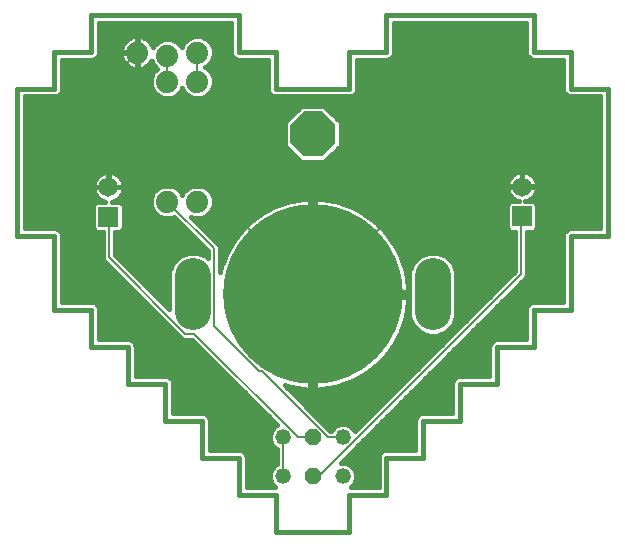
<source format=gtl>
G75*
%MOIN*%
%OFA0B0*%
%FSLAX25Y25*%
%IPPOS*%
%LPD*%
%AMOC8*
5,1,8,0,0,1.08239X$1,22.5*
%
%ADD10C,0.01600*%
%ADD11C,0.60000*%
%ADD12C,0.12000*%
%ADD13R,0.06500X0.06500*%
%ADD14C,0.06500*%
%ADD15C,0.07400*%
%ADD16OC8,0.15000*%
%ADD17OC8,0.05200*%
%ADD18C,0.05200*%
%ADD19C,0.00500*%
D10*
X0075619Y0051013D02*
X0075619Y0063316D01*
X0063316Y0063316D01*
X0063316Y0075619D01*
X0051013Y0075619D01*
X0051013Y0087922D01*
X0038709Y0087922D01*
X0038709Y0112528D01*
X0026406Y0112528D01*
X0026406Y0161741D01*
X0038709Y0161741D01*
X0038709Y0174044D01*
X0051013Y0174044D01*
X0051013Y0186347D01*
X0100225Y0186347D01*
X0100225Y0174044D01*
X0112528Y0174044D01*
X0112528Y0161741D01*
X0137135Y0161741D01*
X0137135Y0174044D01*
X0149438Y0174044D01*
X0149438Y0186347D01*
X0198650Y0186347D01*
X0198650Y0174044D01*
X0210954Y0174044D01*
X0210954Y0161741D01*
X0223257Y0161741D01*
X0223257Y0112528D01*
X0210954Y0112528D01*
X0210954Y0087922D01*
X0198650Y0087922D01*
X0198650Y0075619D01*
X0186347Y0075619D01*
X0186347Y0063316D01*
X0174044Y0063316D01*
X0174044Y0051013D01*
X0161741Y0051013D01*
X0161741Y0038709D01*
X0149438Y0038709D01*
X0149438Y0026406D01*
X0137135Y0026406D01*
X0137135Y0014103D01*
X0112528Y0014103D01*
X0112528Y0026406D01*
X0100225Y0026406D01*
X0100225Y0038709D01*
X0087922Y0038709D01*
X0087922Y0051013D01*
X0075619Y0051013D01*
X0078219Y0053613D02*
X0078219Y0063833D01*
X0077823Y0064789D01*
X0077092Y0065520D01*
X0076136Y0065916D01*
X0065916Y0065916D01*
X0065916Y0076136D01*
X0065520Y0077092D01*
X0064789Y0077823D01*
X0063833Y0078219D01*
X0053613Y0078219D01*
X0053613Y0088439D01*
X0053217Y0089395D01*
X0052485Y0090126D01*
X0051530Y0090522D01*
X0041309Y0090522D01*
X0041309Y0113046D01*
X0040914Y0114001D01*
X0040182Y0114733D01*
X0039227Y0115128D01*
X0029006Y0115128D01*
X0029006Y0159141D01*
X0039227Y0159141D01*
X0040182Y0159537D01*
X0040914Y0160268D01*
X0041309Y0161224D01*
X0041309Y0171444D01*
X0051530Y0171444D01*
X0052485Y0171840D01*
X0053217Y0172571D01*
X0053613Y0173527D01*
X0053613Y0183747D01*
X0097625Y0183747D01*
X0097625Y0173527D01*
X0098021Y0172571D01*
X0098752Y0171840D01*
X0099708Y0171444D01*
X0109928Y0171444D01*
X0109928Y0161224D01*
X0110324Y0160268D01*
X0111056Y0159537D01*
X0112011Y0159141D01*
X0137652Y0159141D01*
X0138607Y0159537D01*
X0139339Y0160268D01*
X0139735Y0161224D01*
X0139735Y0171444D01*
X0149955Y0171444D01*
X0150911Y0171840D01*
X0151642Y0172571D01*
X0152038Y0173527D01*
X0152038Y0183747D01*
X0196050Y0183747D01*
X0196050Y0173527D01*
X0196446Y0172571D01*
X0197178Y0171840D01*
X0198133Y0171444D01*
X0208354Y0171444D01*
X0208354Y0161224D01*
X0208749Y0160268D01*
X0209481Y0159537D01*
X0210436Y0159141D01*
X0220657Y0159141D01*
X0220657Y0115128D01*
X0210436Y0115128D01*
X0209481Y0114733D01*
X0208749Y0114001D01*
X0208354Y0113046D01*
X0208354Y0090522D01*
X0198133Y0090522D01*
X0197178Y0090126D01*
X0196446Y0089395D01*
X0196050Y0088439D01*
X0196050Y0078219D01*
X0185830Y0078219D01*
X0184874Y0077823D01*
X0184143Y0077092D01*
X0183747Y0076136D01*
X0183747Y0065916D01*
X0173527Y0065916D01*
X0172571Y0065520D01*
X0171840Y0064789D01*
X0171444Y0063833D01*
X0171444Y0053613D01*
X0161224Y0053613D01*
X0160268Y0053217D01*
X0159537Y0052485D01*
X0159141Y0051530D01*
X0159141Y0041309D01*
X0148921Y0041309D01*
X0147965Y0040914D01*
X0147234Y0040182D01*
X0146838Y0039227D01*
X0146838Y0029006D01*
X0137594Y0029006D01*
X0138676Y0030088D01*
X0139346Y0031705D01*
X0139346Y0033456D01*
X0138676Y0035073D01*
X0137438Y0036311D01*
X0135821Y0036981D01*
X0134183Y0036981D01*
X0195255Y0098053D01*
X0196456Y0099254D01*
X0196456Y0114072D01*
X0198728Y0114072D01*
X0199782Y0115126D01*
X0199782Y0123118D01*
X0198728Y0124172D01*
X0195771Y0124172D01*
X0195915Y0124195D01*
X0196671Y0124440D01*
X0197379Y0124801D01*
X0198022Y0125269D01*
X0198584Y0125831D01*
X0199051Y0126474D01*
X0199412Y0127182D01*
X0199658Y0127938D01*
X0199782Y0128723D01*
X0199782Y0129045D01*
X0194807Y0129045D01*
X0194807Y0129195D01*
X0199782Y0129195D01*
X0199782Y0129518D01*
X0199658Y0130303D01*
X0199412Y0131059D01*
X0199051Y0131767D01*
X0198584Y0132410D01*
X0198022Y0132972D01*
X0197379Y0133440D01*
X0196671Y0133800D01*
X0195915Y0134046D01*
X0195130Y0134170D01*
X0194807Y0134170D01*
X0194807Y0129196D01*
X0194657Y0129196D01*
X0194657Y0134170D01*
X0194335Y0134170D01*
X0193550Y0134046D01*
X0192794Y0133800D01*
X0192085Y0133440D01*
X0191442Y0132972D01*
X0190880Y0132410D01*
X0190413Y0131767D01*
X0190052Y0131059D01*
X0189807Y0130303D01*
X0189682Y0129518D01*
X0189682Y0129195D01*
X0194657Y0129195D01*
X0194657Y0129045D01*
X0189682Y0129045D01*
X0189682Y0128723D01*
X0189807Y0127938D01*
X0190052Y0127182D01*
X0190413Y0126474D01*
X0190880Y0125831D01*
X0191442Y0125269D01*
X0192085Y0124801D01*
X0192794Y0124440D01*
X0193550Y0124195D01*
X0193694Y0124172D01*
X0190737Y0124172D01*
X0189682Y0123118D01*
X0189682Y0115126D01*
X0190737Y0114072D01*
X0192356Y0114072D01*
X0192356Y0100952D01*
X0138908Y0047504D01*
X0138676Y0048065D01*
X0137438Y0049303D01*
X0135821Y0049973D01*
X0134071Y0049973D01*
X0132453Y0049303D01*
X0131216Y0048065D01*
X0131045Y0047653D01*
X0130755Y0047653D01*
X0115577Y0062832D01*
X0115685Y0062795D01*
X0117696Y0062256D01*
X0119738Y0061850D01*
X0121802Y0061578D01*
X0123880Y0061442D01*
X0124121Y0061442D01*
X0124121Y0092442D01*
X0125721Y0092442D01*
X0125721Y0061442D01*
X0125962Y0061442D01*
X0128040Y0061578D01*
X0130104Y0061850D01*
X0132146Y0062256D01*
X0134157Y0062795D01*
X0136129Y0063464D01*
X0138052Y0064261D01*
X0139920Y0065182D01*
X0141723Y0066223D01*
X0143454Y0067380D01*
X0145106Y0068647D01*
X0146671Y0070020D01*
X0148143Y0071492D01*
X0149516Y0073058D01*
X0150783Y0074709D01*
X0151940Y0076441D01*
X0152981Y0078244D01*
X0153902Y0080111D01*
X0154699Y0082035D01*
X0155368Y0084006D01*
X0155907Y0086017D01*
X0156313Y0088059D01*
X0156585Y0090123D01*
X0156721Y0092201D01*
X0156721Y0092442D01*
X0125721Y0092442D01*
X0125721Y0094042D01*
X0156721Y0094042D01*
X0156721Y0094283D01*
X0156585Y0096361D01*
X0156313Y0098425D01*
X0155907Y0100467D01*
X0155368Y0102478D01*
X0154699Y0104450D01*
X0153902Y0106373D01*
X0152981Y0108241D01*
X0151940Y0110044D01*
X0150783Y0111775D01*
X0149516Y0113427D01*
X0148143Y0114992D01*
X0146671Y0116464D01*
X0145106Y0117837D01*
X0143454Y0119104D01*
X0141723Y0120261D01*
X0139920Y0121302D01*
X0138052Y0122223D01*
X0136129Y0123020D01*
X0134157Y0123689D01*
X0132146Y0124228D01*
X0130104Y0124634D01*
X0128040Y0124906D01*
X0125962Y0125042D01*
X0125721Y0125042D01*
X0125721Y0094042D01*
X0124121Y0094042D01*
X0124121Y0125042D01*
X0123880Y0125042D01*
X0121802Y0124906D01*
X0119738Y0124634D01*
X0117696Y0124228D01*
X0115685Y0123689D01*
X0113714Y0123020D01*
X0111790Y0122223D01*
X0109923Y0121302D01*
X0108120Y0120261D01*
X0106388Y0119104D01*
X0104737Y0117837D01*
X0103171Y0116464D01*
X0101699Y0114992D01*
X0100326Y0113427D01*
X0099059Y0111775D01*
X0097902Y0110044D01*
X0096861Y0108241D01*
X0095940Y0106373D01*
X0095143Y0104450D01*
X0094474Y0102478D01*
X0093956Y0100546D01*
X0093956Y0109452D01*
X0084447Y0118962D01*
X0085312Y0118603D01*
X0087500Y0118603D01*
X0089522Y0119440D01*
X0091069Y0120988D01*
X0091906Y0123009D01*
X0091906Y0125197D01*
X0091069Y0127219D01*
X0089522Y0128766D01*
X0087500Y0129603D01*
X0085312Y0129603D01*
X0083291Y0128766D01*
X0081744Y0127219D01*
X0081406Y0126404D01*
X0081069Y0127219D01*
X0079522Y0128766D01*
X0077500Y0129603D01*
X0075312Y0129603D01*
X0073291Y0128766D01*
X0071744Y0127219D01*
X0070906Y0125197D01*
X0070906Y0123009D01*
X0071744Y0120988D01*
X0073291Y0119440D01*
X0075312Y0118603D01*
X0077500Y0118603D01*
X0078566Y0119045D01*
X0089856Y0107754D01*
X0089856Y0105338D01*
X0089339Y0105855D01*
X0086473Y0107042D01*
X0083370Y0107042D01*
X0080503Y0105855D01*
X0078309Y0103660D01*
X0077121Y0100794D01*
X0077121Y0088287D01*
X0058956Y0106452D01*
X0058956Y0113907D01*
X0060797Y0113907D01*
X0061851Y0114961D01*
X0061851Y0122952D01*
X0060797Y0124007D01*
X0057840Y0124007D01*
X0057984Y0124030D01*
X0058739Y0124275D01*
X0059448Y0124636D01*
X0060091Y0125103D01*
X0060653Y0125665D01*
X0061120Y0126309D01*
X0061481Y0127017D01*
X0061727Y0127773D01*
X0061851Y0128558D01*
X0061851Y0128880D01*
X0056876Y0128880D01*
X0056876Y0129030D01*
X0061851Y0129030D01*
X0061851Y0129353D01*
X0061727Y0130138D01*
X0061481Y0130894D01*
X0061120Y0131602D01*
X0060653Y0132245D01*
X0060091Y0132807D01*
X0059448Y0133274D01*
X0058739Y0133635D01*
X0057984Y0133881D01*
X0057198Y0134005D01*
X0056876Y0134005D01*
X0056876Y0129030D01*
X0056726Y0129030D01*
X0056726Y0128880D01*
X0051751Y0128880D01*
X0051751Y0128558D01*
X0051875Y0127773D01*
X0052121Y0127017D01*
X0052482Y0126309D01*
X0052949Y0125665D01*
X0053511Y0125103D01*
X0054154Y0124636D01*
X0054862Y0124275D01*
X0055618Y0124030D01*
X0055762Y0124007D01*
X0052805Y0124007D01*
X0051751Y0122952D01*
X0051751Y0114961D01*
X0052805Y0113907D01*
X0054856Y0113907D01*
X0054856Y0104754D01*
X0056057Y0103553D01*
X0081557Y0078053D01*
X0084557Y0078053D01*
X0113057Y0049553D01*
X0112453Y0049303D01*
X0111216Y0048065D01*
X0110546Y0046448D01*
X0110546Y0044698D01*
X0111216Y0043080D01*
X0112453Y0041843D01*
X0112856Y0041676D01*
X0112856Y0036478D01*
X0112453Y0036311D01*
X0111216Y0035073D01*
X0110546Y0033456D01*
X0110546Y0031705D01*
X0111216Y0030088D01*
X0112298Y0029006D01*
X0102825Y0029006D01*
X0102825Y0039227D01*
X0102429Y0040182D01*
X0101698Y0040914D01*
X0100742Y0041309D01*
X0090522Y0041309D01*
X0090522Y0051530D01*
X0090126Y0052485D01*
X0089395Y0053217D01*
X0088439Y0053613D01*
X0078219Y0053613D01*
X0078219Y0054066D02*
X0108544Y0054066D01*
X0106946Y0055664D02*
X0078219Y0055664D01*
X0078219Y0057263D02*
X0105347Y0057263D01*
X0103749Y0058861D02*
X0078219Y0058861D01*
X0078219Y0060460D02*
X0102150Y0060460D01*
X0100552Y0062058D02*
X0078219Y0062058D01*
X0078219Y0063657D02*
X0098953Y0063657D01*
X0097355Y0065256D02*
X0077356Y0065256D01*
X0065916Y0066854D02*
X0095756Y0066854D01*
X0094158Y0068453D02*
X0065916Y0068453D01*
X0065916Y0070051D02*
X0092559Y0070051D01*
X0090961Y0071650D02*
X0065916Y0071650D01*
X0065916Y0073248D02*
X0089362Y0073248D01*
X0087764Y0074847D02*
X0065916Y0074847D01*
X0065788Y0076445D02*
X0086165Y0076445D01*
X0084567Y0078044D02*
X0064256Y0078044D01*
X0053613Y0079642D02*
X0079968Y0079642D01*
X0078370Y0081241D02*
X0053613Y0081241D01*
X0053613Y0082839D02*
X0076771Y0082839D01*
X0075173Y0084438D02*
X0053613Y0084438D01*
X0053613Y0086036D02*
X0073574Y0086036D01*
X0071976Y0087635D02*
X0053613Y0087635D01*
X0053284Y0089233D02*
X0070377Y0089233D01*
X0068779Y0090832D02*
X0041309Y0090832D01*
X0041309Y0092430D02*
X0067180Y0092430D01*
X0065582Y0094029D02*
X0041309Y0094029D01*
X0041309Y0095627D02*
X0063983Y0095627D01*
X0062385Y0097226D02*
X0041309Y0097226D01*
X0041309Y0098824D02*
X0060786Y0098824D01*
X0059188Y0100423D02*
X0041309Y0100423D01*
X0041309Y0102021D02*
X0057589Y0102021D01*
X0055991Y0103620D02*
X0041309Y0103620D01*
X0041309Y0105218D02*
X0054856Y0105218D01*
X0054856Y0106817D02*
X0041309Y0106817D01*
X0041309Y0108415D02*
X0054856Y0108415D01*
X0054856Y0110014D02*
X0041309Y0110014D01*
X0041309Y0111612D02*
X0054856Y0111612D01*
X0054856Y0113211D02*
X0041241Y0113211D01*
X0039997Y0114809D02*
X0051903Y0114809D01*
X0051751Y0116408D02*
X0029006Y0116408D01*
X0029006Y0118006D02*
X0051751Y0118006D01*
X0051751Y0119605D02*
X0029006Y0119605D01*
X0029006Y0121203D02*
X0051751Y0121203D01*
X0051751Y0122802D02*
X0029006Y0122802D01*
X0029006Y0124400D02*
X0054617Y0124400D01*
X0052707Y0125999D02*
X0029006Y0125999D01*
X0029006Y0127597D02*
X0051932Y0127597D01*
X0051751Y0129030D02*
X0056726Y0129030D01*
X0056726Y0134005D01*
X0056404Y0134005D01*
X0055618Y0133881D01*
X0054862Y0133635D01*
X0054154Y0133274D01*
X0053511Y0132807D01*
X0052949Y0132245D01*
X0052482Y0131602D01*
X0052121Y0130894D01*
X0051875Y0130138D01*
X0051751Y0129353D01*
X0051751Y0129030D01*
X0051751Y0129196D02*
X0029006Y0129196D01*
X0029006Y0130794D02*
X0052089Y0130794D01*
X0053097Y0132393D02*
X0029006Y0132393D01*
X0029006Y0133991D02*
X0056316Y0133991D01*
X0056726Y0133991D02*
X0056876Y0133991D01*
X0057285Y0133991D02*
X0193382Y0133991D01*
X0194657Y0133991D02*
X0194807Y0133991D01*
X0196083Y0133991D02*
X0220657Y0133991D01*
X0220657Y0132393D02*
X0198597Y0132393D01*
X0199498Y0130794D02*
X0220657Y0130794D01*
X0220657Y0129196D02*
X0199782Y0129196D01*
X0199547Y0127597D02*
X0220657Y0127597D01*
X0220657Y0125999D02*
X0198706Y0125999D01*
X0196548Y0124400D02*
X0220657Y0124400D01*
X0220657Y0122802D02*
X0199782Y0122802D01*
X0199782Y0121203D02*
X0220657Y0121203D01*
X0220657Y0119605D02*
X0199782Y0119605D01*
X0199782Y0118006D02*
X0220657Y0118006D01*
X0220657Y0116408D02*
X0199782Y0116408D01*
X0199465Y0114809D02*
X0209666Y0114809D01*
X0208422Y0113211D02*
X0196456Y0113211D01*
X0196456Y0111612D02*
X0208354Y0111612D01*
X0208354Y0110014D02*
X0196456Y0110014D01*
X0196456Y0108415D02*
X0208354Y0108415D01*
X0208354Y0106817D02*
X0196456Y0106817D01*
X0196456Y0105218D02*
X0208354Y0105218D01*
X0208354Y0103620D02*
X0196456Y0103620D01*
X0196456Y0102021D02*
X0208354Y0102021D01*
X0208354Y0100423D02*
X0196456Y0100423D01*
X0196027Y0098824D02*
X0208354Y0098824D01*
X0208354Y0097226D02*
X0194428Y0097226D01*
X0192830Y0095627D02*
X0208354Y0095627D01*
X0208354Y0094029D02*
X0191231Y0094029D01*
X0189632Y0092430D02*
X0208354Y0092430D01*
X0208354Y0090832D02*
X0188034Y0090832D01*
X0186435Y0089233D02*
X0196379Y0089233D01*
X0196050Y0087635D02*
X0184837Y0087635D01*
X0183238Y0086036D02*
X0196050Y0086036D01*
X0196050Y0084438D02*
X0181640Y0084438D01*
X0180041Y0082839D02*
X0196050Y0082839D01*
X0196050Y0081241D02*
X0178443Y0081241D01*
X0176844Y0079642D02*
X0196050Y0079642D01*
X0185407Y0078044D02*
X0175246Y0078044D01*
X0173647Y0076445D02*
X0183875Y0076445D01*
X0183747Y0074847D02*
X0172049Y0074847D01*
X0170450Y0073248D02*
X0183747Y0073248D01*
X0183747Y0071650D02*
X0168852Y0071650D01*
X0167253Y0070051D02*
X0183747Y0070051D01*
X0183747Y0068453D02*
X0165655Y0068453D01*
X0164056Y0066854D02*
X0183747Y0066854D01*
X0172307Y0065256D02*
X0162458Y0065256D01*
X0160859Y0063657D02*
X0171444Y0063657D01*
X0171444Y0062058D02*
X0159261Y0062058D01*
X0157662Y0060460D02*
X0171444Y0060460D01*
X0171444Y0058861D02*
X0156064Y0058861D01*
X0154465Y0057263D02*
X0171444Y0057263D01*
X0171444Y0055664D02*
X0152867Y0055664D01*
X0151268Y0054066D02*
X0171444Y0054066D01*
X0159529Y0052467D02*
X0149670Y0052467D01*
X0148071Y0050869D02*
X0159141Y0050869D01*
X0159141Y0049270D02*
X0146473Y0049270D01*
X0144874Y0047672D02*
X0159141Y0047672D01*
X0159141Y0046073D02*
X0143276Y0046073D01*
X0141677Y0044475D02*
X0159141Y0044475D01*
X0159141Y0042876D02*
X0140079Y0042876D01*
X0138480Y0041278D02*
X0148844Y0041278D01*
X0147025Y0039679D02*
X0136882Y0039679D01*
X0135283Y0038081D02*
X0146838Y0038081D01*
X0146838Y0036482D02*
X0137024Y0036482D01*
X0138754Y0034884D02*
X0146838Y0034884D01*
X0146838Y0033285D02*
X0139346Y0033285D01*
X0139338Y0031687D02*
X0146838Y0031687D01*
X0146838Y0030088D02*
X0138676Y0030088D01*
X0138839Y0047672D02*
X0139076Y0047672D01*
X0140674Y0049270D02*
X0137471Y0049270D01*
X0142273Y0050869D02*
X0127540Y0050869D01*
X0129138Y0049270D02*
X0132421Y0049270D01*
X0131053Y0047672D02*
X0130737Y0047672D01*
X0125941Y0052467D02*
X0143871Y0052467D01*
X0145470Y0054066D02*
X0124343Y0054066D01*
X0122744Y0055664D02*
X0147068Y0055664D01*
X0148667Y0057263D02*
X0121146Y0057263D01*
X0119547Y0058861D02*
X0150265Y0058861D01*
X0151864Y0060460D02*
X0117949Y0060460D01*
X0118690Y0062058D02*
X0116350Y0062058D01*
X0124121Y0062058D02*
X0125721Y0062058D01*
X0125721Y0063657D02*
X0124121Y0063657D01*
X0124121Y0065256D02*
X0125721Y0065256D01*
X0125721Y0066854D02*
X0124121Y0066854D01*
X0124121Y0068453D02*
X0125721Y0068453D01*
X0125721Y0070051D02*
X0124121Y0070051D01*
X0124121Y0071650D02*
X0125721Y0071650D01*
X0125721Y0073248D02*
X0124121Y0073248D01*
X0124121Y0074847D02*
X0125721Y0074847D01*
X0125721Y0076445D02*
X0124121Y0076445D01*
X0124121Y0078044D02*
X0125721Y0078044D01*
X0125721Y0079642D02*
X0124121Y0079642D01*
X0124121Y0081241D02*
X0125721Y0081241D01*
X0125721Y0082839D02*
X0124121Y0082839D01*
X0124121Y0084438D02*
X0125721Y0084438D01*
X0125721Y0086036D02*
X0124121Y0086036D01*
X0124121Y0087635D02*
X0125721Y0087635D01*
X0125721Y0089233D02*
X0124121Y0089233D01*
X0124121Y0090832D02*
X0125721Y0090832D01*
X0125721Y0092430D02*
X0124121Y0092430D01*
X0125721Y0094029D02*
X0157121Y0094029D01*
X0157121Y0095627D02*
X0156633Y0095627D01*
X0156471Y0097226D02*
X0157121Y0097226D01*
X0157121Y0098824D02*
X0156234Y0098824D01*
X0155916Y0100423D02*
X0157121Y0100423D01*
X0157121Y0100794D02*
X0158309Y0103660D01*
X0160503Y0105855D01*
X0163370Y0107042D01*
X0166473Y0107042D01*
X0169339Y0105855D01*
X0171534Y0103660D01*
X0172721Y0100794D01*
X0172721Y0085691D01*
X0171534Y0082824D01*
X0169339Y0080630D01*
X0166473Y0079442D01*
X0163370Y0079442D01*
X0160503Y0080630D01*
X0158309Y0082824D01*
X0157121Y0085691D01*
X0157121Y0100794D01*
X0157630Y0102021D02*
X0155490Y0102021D01*
X0154981Y0103620D02*
X0158292Y0103620D01*
X0159866Y0105218D02*
X0154380Y0105218D01*
X0153683Y0106817D02*
X0162826Y0106817D01*
X0167016Y0106817D02*
X0192356Y0106817D01*
X0192356Y0108415D02*
X0152880Y0108415D01*
X0151957Y0110014D02*
X0192356Y0110014D01*
X0192356Y0111612D02*
X0150892Y0111612D01*
X0149682Y0113211D02*
X0192356Y0113211D01*
X0189999Y0114809D02*
X0148303Y0114809D01*
X0146727Y0116408D02*
X0189682Y0116408D01*
X0189682Y0118006D02*
X0144885Y0118006D01*
X0142705Y0119605D02*
X0189682Y0119605D01*
X0189682Y0121203D02*
X0140091Y0121203D01*
X0136655Y0122802D02*
X0189682Y0122802D01*
X0190758Y0125999D02*
X0091574Y0125999D01*
X0091906Y0124400D02*
X0118563Y0124400D01*
X0124121Y0124400D02*
X0125721Y0124400D01*
X0125721Y0122802D02*
X0124121Y0122802D01*
X0124121Y0121203D02*
X0125721Y0121203D01*
X0125721Y0119605D02*
X0124121Y0119605D01*
X0124121Y0118006D02*
X0125721Y0118006D01*
X0125721Y0116408D02*
X0124121Y0116408D01*
X0124121Y0114809D02*
X0125721Y0114809D01*
X0125721Y0113211D02*
X0124121Y0113211D01*
X0124121Y0111612D02*
X0125721Y0111612D01*
X0125721Y0110014D02*
X0124121Y0110014D01*
X0124121Y0108415D02*
X0125721Y0108415D01*
X0125721Y0106817D02*
X0124121Y0106817D01*
X0124121Y0105218D02*
X0125721Y0105218D01*
X0125721Y0103620D02*
X0124121Y0103620D01*
X0124121Y0102021D02*
X0125721Y0102021D01*
X0125721Y0100423D02*
X0124121Y0100423D01*
X0124121Y0098824D02*
X0125721Y0098824D01*
X0125721Y0097226D02*
X0124121Y0097226D01*
X0124121Y0095627D02*
X0125721Y0095627D01*
X0101539Y0114809D02*
X0088599Y0114809D01*
X0090198Y0113211D02*
X0100161Y0113211D01*
X0098950Y0111612D02*
X0091796Y0111612D01*
X0093395Y0110014D02*
X0097885Y0110014D01*
X0096962Y0108415D02*
X0093956Y0108415D01*
X0093956Y0106817D02*
X0096159Y0106817D01*
X0095462Y0105218D02*
X0093956Y0105218D01*
X0093956Y0103620D02*
X0094862Y0103620D01*
X0094352Y0102021D02*
X0093956Y0102021D01*
X0089856Y0106817D02*
X0087016Y0106817D01*
X0089195Y0108415D02*
X0058956Y0108415D01*
X0058956Y0106817D02*
X0082826Y0106817D01*
X0079866Y0105218D02*
X0060190Y0105218D01*
X0061789Y0103620D02*
X0078292Y0103620D01*
X0077630Y0102021D02*
X0063387Y0102021D01*
X0064986Y0100423D02*
X0077121Y0100423D01*
X0077121Y0098824D02*
X0066584Y0098824D01*
X0068183Y0097226D02*
X0077121Y0097226D01*
X0077121Y0095627D02*
X0069781Y0095627D01*
X0071380Y0094029D02*
X0077121Y0094029D01*
X0077121Y0092430D02*
X0072978Y0092430D01*
X0074577Y0090832D02*
X0077121Y0090832D01*
X0077121Y0089233D02*
X0076175Y0089233D01*
X0087596Y0110014D02*
X0058956Y0110014D01*
X0058956Y0111612D02*
X0085998Y0111612D01*
X0084399Y0113211D02*
X0058956Y0113211D01*
X0061699Y0114809D02*
X0082801Y0114809D01*
X0081202Y0116408D02*
X0061851Y0116408D01*
X0061851Y0118006D02*
X0079604Y0118006D01*
X0073126Y0119605D02*
X0061851Y0119605D01*
X0061851Y0121203D02*
X0071654Y0121203D01*
X0070992Y0122802D02*
X0061851Y0122802D01*
X0058985Y0124400D02*
X0070906Y0124400D01*
X0071238Y0125999D02*
X0060895Y0125999D01*
X0061670Y0127597D02*
X0072122Y0127597D01*
X0074329Y0129196D02*
X0061851Y0129196D01*
X0061513Y0130794D02*
X0189966Y0130794D01*
X0189682Y0129196D02*
X0088483Y0129196D01*
X0090690Y0127597D02*
X0189917Y0127597D01*
X0192917Y0124400D02*
X0131279Y0124400D01*
X0128784Y0137326D02*
X0121080Y0137326D01*
X0115632Y0142774D01*
X0115632Y0150478D01*
X0121080Y0155926D01*
X0128784Y0155926D01*
X0134232Y0150478D01*
X0134232Y0142774D01*
X0128784Y0137326D01*
X0130245Y0138787D02*
X0220657Y0138787D01*
X0220657Y0137189D02*
X0029006Y0137189D01*
X0029006Y0138787D02*
X0119619Y0138787D01*
X0118021Y0140386D02*
X0029006Y0140386D01*
X0029006Y0141984D02*
X0116422Y0141984D01*
X0115632Y0143583D02*
X0029006Y0143583D01*
X0029006Y0145181D02*
X0115632Y0145181D01*
X0115632Y0146780D02*
X0029006Y0146780D01*
X0029006Y0148378D02*
X0115632Y0148378D01*
X0115632Y0149977D02*
X0029006Y0149977D01*
X0029006Y0151575D02*
X0116729Y0151575D01*
X0118327Y0153174D02*
X0029006Y0153174D01*
X0029006Y0154772D02*
X0119926Y0154772D01*
X0129938Y0154772D02*
X0220657Y0154772D01*
X0220657Y0153174D02*
X0131537Y0153174D01*
X0133135Y0151575D02*
X0220657Y0151575D01*
X0220657Y0149977D02*
X0134232Y0149977D01*
X0134232Y0148378D02*
X0220657Y0148378D01*
X0220657Y0146780D02*
X0134232Y0146780D01*
X0134232Y0145181D02*
X0220657Y0145181D01*
X0220657Y0143583D02*
X0134232Y0143583D01*
X0133442Y0141984D02*
X0220657Y0141984D01*
X0220657Y0140386D02*
X0131844Y0140386D01*
X0138638Y0159568D02*
X0209450Y0159568D01*
X0208377Y0161166D02*
X0139711Y0161166D01*
X0139735Y0162765D02*
X0208354Y0162765D01*
X0208354Y0164363D02*
X0139735Y0164363D01*
X0139735Y0165962D02*
X0208354Y0165962D01*
X0208354Y0167560D02*
X0139735Y0167560D01*
X0139735Y0169159D02*
X0208354Y0169159D01*
X0208354Y0170757D02*
X0139735Y0170757D01*
X0151426Y0172356D02*
X0196662Y0172356D01*
X0196050Y0173954D02*
X0152038Y0173954D01*
X0152038Y0175553D02*
X0196050Y0175553D01*
X0196050Y0177151D02*
X0152038Y0177151D01*
X0152038Y0178750D02*
X0196050Y0178750D01*
X0196050Y0180348D02*
X0152038Y0180348D01*
X0152038Y0181947D02*
X0196050Y0181947D01*
X0196050Y0183545D02*
X0152038Y0183545D01*
X0109928Y0170757D02*
X0091109Y0170757D01*
X0091069Y0170661D02*
X0091906Y0172683D01*
X0091906Y0174871D01*
X0091069Y0176892D01*
X0089522Y0178439D01*
X0087500Y0179277D01*
X0085312Y0179277D01*
X0083291Y0178439D01*
X0081744Y0176892D01*
X0081199Y0175578D01*
X0081069Y0175892D01*
X0079522Y0177439D01*
X0077500Y0178277D01*
X0075312Y0178277D01*
X0073291Y0177439D01*
X0071744Y0175892D01*
X0071608Y0175565D01*
X0071503Y0175888D01*
X0071110Y0176659D01*
X0070601Y0177360D01*
X0069989Y0177972D01*
X0069289Y0178481D01*
X0068518Y0178874D01*
X0067694Y0179141D01*
X0066839Y0179277D01*
X0066606Y0179277D01*
X0066606Y0173977D01*
X0066206Y0173977D01*
X0066206Y0173577D01*
X0060906Y0173577D01*
X0060906Y0173344D01*
X0061042Y0172489D01*
X0061309Y0171666D01*
X0061702Y0170894D01*
X0062211Y0170194D01*
X0062823Y0169582D01*
X0063524Y0169073D01*
X0064295Y0168680D01*
X0065118Y0168412D01*
X0065973Y0168277D01*
X0066206Y0168277D01*
X0066206Y0173577D01*
X0066606Y0173577D01*
X0066606Y0168277D01*
X0066839Y0168277D01*
X0067694Y0168412D01*
X0068518Y0168680D01*
X0069289Y0169073D01*
X0069989Y0169582D01*
X0070601Y0170194D01*
X0071110Y0170894D01*
X0071178Y0171027D01*
X0071744Y0169661D01*
X0072965Y0168440D01*
X0071744Y0167219D01*
X0070906Y0165197D01*
X0070906Y0163009D01*
X0071744Y0160988D01*
X0073291Y0159440D01*
X0075312Y0158603D01*
X0077500Y0158603D01*
X0079522Y0159440D01*
X0081069Y0160988D01*
X0081406Y0161802D01*
X0081744Y0160988D01*
X0083291Y0159440D01*
X0085312Y0158603D01*
X0087500Y0158603D01*
X0089522Y0159440D01*
X0091069Y0160988D01*
X0091906Y0163009D01*
X0091906Y0165197D01*
X0091069Y0167219D01*
X0089522Y0168766D01*
X0089101Y0168940D01*
X0089522Y0169114D01*
X0091069Y0170661D01*
X0091771Y0172356D02*
X0098237Y0172356D01*
X0097625Y0173954D02*
X0091906Y0173954D01*
X0091624Y0175553D02*
X0097625Y0175553D01*
X0097625Y0177151D02*
X0090810Y0177151D01*
X0088772Y0178750D02*
X0097625Y0178750D01*
X0097625Y0180348D02*
X0053613Y0180348D01*
X0053613Y0178750D02*
X0064052Y0178750D01*
X0064295Y0178874D02*
X0063524Y0178481D01*
X0062823Y0177972D01*
X0062211Y0177360D01*
X0061702Y0176659D01*
X0061309Y0175888D01*
X0061042Y0175065D01*
X0060906Y0174210D01*
X0060906Y0173977D01*
X0066206Y0173977D01*
X0066206Y0179277D01*
X0065973Y0179277D01*
X0065118Y0179141D01*
X0064295Y0178874D01*
X0066206Y0178750D02*
X0066606Y0178750D01*
X0066606Y0177151D02*
X0066206Y0177151D01*
X0066206Y0175553D02*
X0066606Y0175553D01*
X0066206Y0173954D02*
X0053613Y0173954D01*
X0053613Y0175553D02*
X0061200Y0175553D01*
X0062060Y0177151D02*
X0053613Y0177151D01*
X0053613Y0181947D02*
X0097625Y0181947D01*
X0097625Y0183545D02*
X0053613Y0183545D01*
X0053001Y0172356D02*
X0061085Y0172356D01*
X0061802Y0170757D02*
X0041309Y0170757D01*
X0041309Y0169159D02*
X0063405Y0169159D01*
X0066206Y0169159D02*
X0066606Y0169159D01*
X0066606Y0170757D02*
X0066206Y0170757D01*
X0066206Y0172356D02*
X0066606Y0172356D01*
X0069407Y0169159D02*
X0072246Y0169159D01*
X0072085Y0167560D02*
X0041309Y0167560D01*
X0041309Y0165962D02*
X0071223Y0165962D01*
X0070906Y0164363D02*
X0041309Y0164363D01*
X0041309Y0162765D02*
X0071008Y0162765D01*
X0071670Y0161166D02*
X0041286Y0161166D01*
X0040213Y0159568D02*
X0073164Y0159568D01*
X0079649Y0159568D02*
X0083164Y0159568D01*
X0081670Y0161166D02*
X0081143Y0161166D01*
X0089649Y0159568D02*
X0111025Y0159568D01*
X0109952Y0161166D02*
X0091143Y0161166D01*
X0091805Y0162765D02*
X0109928Y0162765D01*
X0109928Y0164363D02*
X0091906Y0164363D01*
X0091590Y0165962D02*
X0109928Y0165962D01*
X0109928Y0167560D02*
X0090727Y0167560D01*
X0089566Y0169159D02*
X0109928Y0169159D01*
X0084040Y0178750D02*
X0068761Y0178750D01*
X0070753Y0177151D02*
X0073003Y0177151D01*
X0079810Y0177151D02*
X0082003Y0177151D01*
X0071290Y0170757D02*
X0071011Y0170757D01*
X0029006Y0157969D02*
X0220657Y0157969D01*
X0220657Y0156371D02*
X0029006Y0156371D01*
X0029006Y0135590D02*
X0220657Y0135590D01*
X0194807Y0132393D02*
X0194657Y0132393D01*
X0194657Y0130794D02*
X0194807Y0130794D01*
X0194807Y0129196D02*
X0194657Y0129196D01*
X0190868Y0132393D02*
X0060505Y0132393D01*
X0056876Y0132393D02*
X0056726Y0132393D01*
X0056726Y0130794D02*
X0056876Y0130794D01*
X0056876Y0129196D02*
X0056726Y0129196D01*
X0078483Y0129196D02*
X0084329Y0129196D01*
X0082122Y0127597D02*
X0080690Y0127597D01*
X0089686Y0119605D02*
X0107137Y0119605D01*
X0104957Y0118006D02*
X0085402Y0118006D01*
X0087001Y0116408D02*
X0103115Y0116408D01*
X0109751Y0121203D02*
X0091158Y0121203D01*
X0091820Y0122802D02*
X0113187Y0122802D01*
X0156721Y0092430D02*
X0157121Y0092430D01*
X0157121Y0090832D02*
X0156631Y0090832D01*
X0156468Y0089233D02*
X0157121Y0089233D01*
X0157121Y0087635D02*
X0156229Y0087635D01*
X0155911Y0086036D02*
X0157121Y0086036D01*
X0157640Y0084438D02*
X0155484Y0084438D01*
X0154972Y0082839D02*
X0158302Y0082839D01*
X0159892Y0081241D02*
X0154370Y0081241D01*
X0153671Y0079642D02*
X0162887Y0079642D01*
X0166955Y0079642D02*
X0171046Y0079642D01*
X0169950Y0081241D02*
X0172645Y0081241D01*
X0171540Y0082839D02*
X0174243Y0082839D01*
X0175842Y0084438D02*
X0172202Y0084438D01*
X0172721Y0086036D02*
X0177440Y0086036D01*
X0179039Y0087635D02*
X0172721Y0087635D01*
X0172721Y0089233D02*
X0180637Y0089233D01*
X0182236Y0090832D02*
X0172721Y0090832D01*
X0172721Y0092430D02*
X0183834Y0092430D01*
X0185433Y0094029D02*
X0172721Y0094029D01*
X0172721Y0095627D02*
X0187031Y0095627D01*
X0188630Y0097226D02*
X0172721Y0097226D01*
X0172721Y0098824D02*
X0190228Y0098824D01*
X0191827Y0100423D02*
X0172721Y0100423D01*
X0172213Y0102021D02*
X0192356Y0102021D01*
X0192356Y0103620D02*
X0171550Y0103620D01*
X0169976Y0105218D02*
X0192356Y0105218D01*
X0169448Y0078044D02*
X0152866Y0078044D01*
X0151943Y0076445D02*
X0167849Y0076445D01*
X0166251Y0074847D02*
X0150875Y0074847D01*
X0149662Y0073248D02*
X0164652Y0073248D01*
X0163054Y0071650D02*
X0148281Y0071650D01*
X0146702Y0070051D02*
X0161455Y0070051D01*
X0159857Y0068453D02*
X0144852Y0068453D01*
X0142667Y0066854D02*
X0158258Y0066854D01*
X0156660Y0065256D02*
X0140047Y0065256D01*
X0136594Y0063657D02*
X0155061Y0063657D01*
X0153463Y0062058D02*
X0131152Y0062058D01*
X0112421Y0049270D02*
X0090522Y0049270D01*
X0090522Y0047672D02*
X0111053Y0047672D01*
X0110546Y0046073D02*
X0090522Y0046073D01*
X0090522Y0044475D02*
X0110638Y0044475D01*
X0111420Y0042876D02*
X0090522Y0042876D01*
X0090522Y0050869D02*
X0111741Y0050869D01*
X0110143Y0052467D02*
X0090134Y0052467D01*
X0100819Y0041278D02*
X0112856Y0041278D01*
X0112856Y0039679D02*
X0102638Y0039679D01*
X0102825Y0038081D02*
X0112856Y0038081D01*
X0112856Y0036482D02*
X0102825Y0036482D01*
X0102825Y0034884D02*
X0111137Y0034884D01*
X0110546Y0033285D02*
X0102825Y0033285D01*
X0102825Y0031687D02*
X0110553Y0031687D01*
X0111216Y0030088D02*
X0102825Y0030088D01*
D11*
X0124921Y0093242D03*
D12*
X0084921Y0087242D02*
X0084921Y0099242D01*
X0164921Y0099242D02*
X0164921Y0087242D01*
D13*
X0194732Y0119122D03*
X0056801Y0118957D03*
D14*
X0056801Y0128955D03*
X0194732Y0129120D03*
D15*
X0086406Y0124103D03*
X0076406Y0124103D03*
X0076406Y0164103D03*
X0086406Y0164103D03*
X0086406Y0173777D03*
X0076406Y0172777D03*
X0066406Y0173777D03*
D16*
X0124932Y0146626D03*
D17*
X0124946Y0045573D03*
X0124946Y0032581D03*
D18*
X0134946Y0032581D03*
X0134946Y0045573D03*
X0114946Y0045573D03*
X0114946Y0032581D03*
D19*
X0114906Y0032603D01*
X0114906Y0045103D01*
X0114946Y0045573D01*
X0119906Y0045603D02*
X0085406Y0080103D01*
X0082406Y0080103D01*
X0056906Y0105603D01*
X0056906Y0118603D01*
X0056801Y0118957D01*
X0056906Y0128603D02*
X0056801Y0128955D01*
X0056906Y0129103D01*
X0056906Y0164103D01*
X0066406Y0173603D01*
X0066406Y0173777D01*
X0076406Y0172777D02*
X0076406Y0164103D01*
X0086406Y0164103D02*
X0086406Y0173777D01*
X0089906Y0128603D02*
X0056906Y0128603D01*
X0076406Y0124103D02*
X0091906Y0108603D01*
X0091906Y0082603D01*
X0106906Y0067603D01*
X0107906Y0067603D01*
X0129906Y0045603D01*
X0134906Y0045603D01*
X0134946Y0045573D01*
X0124946Y0045573D02*
X0124906Y0045603D01*
X0119906Y0045603D01*
X0124946Y0032581D02*
X0125406Y0032603D01*
X0126906Y0032603D01*
X0194406Y0100103D01*
X0194406Y0119103D01*
X0194732Y0119122D01*
X0194406Y0129103D02*
X0194732Y0129120D01*
X0194406Y0129103D02*
X0160906Y0129103D01*
X0125406Y0093603D01*
X0124921Y0093242D01*
X0124906Y0093603D01*
X0089906Y0128603D01*
M02*

</source>
